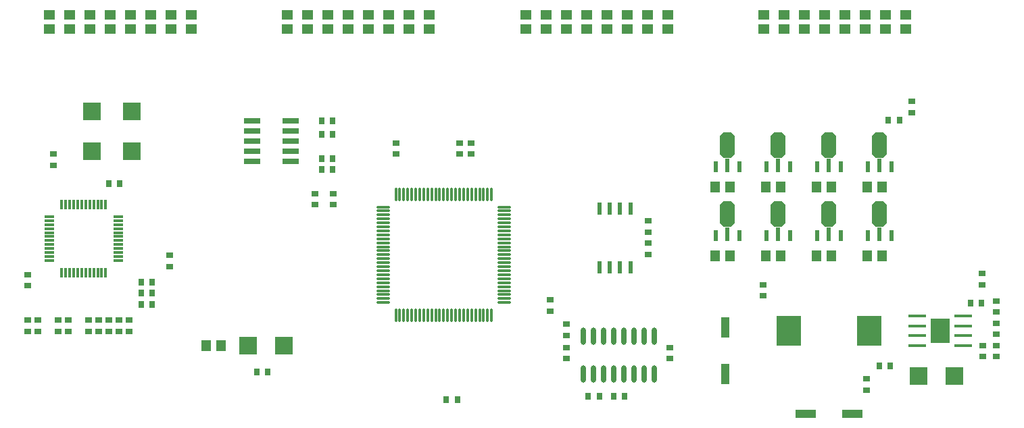
<source format=gtp>
%FSLAX43Y43*%
%MOMM*%
%SFA1B1*%

%IPPOS*%
%AMD20*
4,1,8,-0.474980,-1.600200,0.474980,-1.600200,0.949960,-1.125220,0.949960,1.125220,0.474980,1.600200,-0.474980,1.600200,-0.949960,1.125220,-0.949960,-1.125220,-0.474980,-1.600200,0.0*
%
%ADD10R,0.899160X0.800100*%
%ADD11R,0.800100X0.899160*%
%ADD12R,2.301240X2.301240*%
%ADD13R,1.198880X1.399540*%
%ADD14O,1.800860X0.299720*%
%ADD15O,0.299720X1.800860*%
%ADD16R,0.508000X1.501140*%
%ADD17R,1.399540X1.198880*%
%ADD18R,2.199640X2.199640*%
%ADD19O,0.599440X2.199640*%
G04~CAMADD=20~4~0.0~0.0~748.0~1260.0~0.0~187.0~0~0.0~0.0~0.0~0.0~0~0.0~0.0~0.0~0.0~0~0.0~0.0~0.0~180.0~748.0~1260.0*
%ADD20D20*%
%ADD21R,0.599440X1.399540*%
%ADD22R,0.599440X1.800860*%
%ADD23R,1.016000X2.540000*%
%ADD24R,3.048000X3.683000*%
%ADD25R,2.540000X1.016000*%
%ADD26R,2.400300X3.098800*%
%ADD27R,2.199640X0.449580*%
%ADD28R,2.032000X0.635000*%
%ADD29R,1.198880X0.299720*%
%ADD30R,0.299720X1.198880*%
%LNlp_led_cube_8x8x8-1*%
%LPD*%
G54D10*
X45084Y82991D03*
Y84394D03*
X59689Y70291D03*
Y71694D03*
X41909Y69281D03*
Y67878D03*
Y63566D03*
Y62163D03*
X43179Y63566D03*
Y62163D03*
X54609Y63566D03*
Y62163D03*
X53339D03*
Y63566D03*
X52069Y62163D03*
Y63566D03*
X50799Y62163D03*
Y63566D03*
X49529Y62163D03*
Y63566D03*
X46989Y62163D03*
Y63566D03*
X45719Y62163D03*
Y63566D03*
X122300Y60137D03*
Y58734D03*
X119633Y74609D03*
Y76012D03*
Y71815D03*
Y73218D03*
X107314Y64703D03*
Y66106D03*
X97408Y85791D03*
Y84388D03*
X96011Y85791D03*
Y84388D03*
X88010D03*
Y85791D03*
X80136Y78038D03*
Y79441D03*
X77850D03*
Y78038D03*
X152653Y89595D03*
Y90998D03*
X109346Y58734D03*
Y60137D03*
Y61655D03*
Y63058D03*
X163194Y58988D03*
Y60391D03*
X161543D03*
Y58988D03*
X163194Y61782D03*
Y63185D03*
Y64576D03*
Y65979D03*
X161416Y68005D03*
Y69408D03*
X133984Y68011D03*
Y66608D03*
X146938Y54797D03*
Y56200D03*
G54D11*
X57470Y68325D03*
X56067D03*
X53406Y80644D03*
X52003D03*
X57470Y66928D03*
X56067D03*
Y65531D03*
X57470D03*
X70545Y57022D03*
X71948D03*
X78673Y82422D03*
X80076D03*
X78673Y83819D03*
X80076D03*
X95697Y53593D03*
X94294D03*
X149666Y88645D03*
X151069D03*
X116652Y53974D03*
X115249D03*
X113477D03*
X112074D03*
X159953Y65658D03*
X161356D03*
X78673Y88518D03*
X80076D03*
X78673Y86867D03*
X80076D03*
X149926Y57784D03*
X148523D03*
G54D12*
X74005Y60324D03*
X69504D03*
X153451Y56514D03*
X157952D03*
G54D13*
X66050Y60324D03*
X64251D03*
X140705Y71627D03*
X142504D03*
X147055D03*
X148854D03*
X147055Y80263D03*
X148854D03*
X140705D03*
X142504D03*
X134355D03*
X136154D03*
X128005D03*
X129804D03*
X134355Y71627D03*
X136154D03*
X128005D03*
X129804D03*
G54D14*
X86431Y77754D03*
Y77254D03*
Y76756D03*
Y76255D03*
Y75755D03*
Y75255D03*
Y74754D03*
Y74254D03*
Y73753D03*
Y73256D03*
Y72755D03*
Y72255D03*
Y71754D03*
Y71254D03*
Y70754D03*
Y70253D03*
Y69756D03*
Y69255D03*
Y68755D03*
Y68254D03*
Y67754D03*
Y67254D03*
Y66753D03*
Y66255D03*
Y65755D03*
X101528D03*
Y66255D03*
Y66753D03*
Y67254D03*
Y67754D03*
Y68254D03*
Y68755D03*
Y69255D03*
Y69756D03*
Y70253D03*
Y70754D03*
Y71254D03*
Y71754D03*
Y72255D03*
Y72755D03*
Y73256D03*
Y73753D03*
Y74254D03*
Y74754D03*
Y75255D03*
Y75755D03*
Y76255D03*
Y76756D03*
Y77254D03*
Y77754D03*
G54D15*
X87980Y64206D03*
X88480D03*
X88978D03*
X89479D03*
X89979D03*
X90479D03*
X90980D03*
X91480D03*
X91981D03*
X92478D03*
X92979D03*
X93479D03*
X93979D03*
X94480D03*
X94980D03*
X95481D03*
X95978D03*
X96479D03*
X96979D03*
X97480D03*
X97980D03*
X98480D03*
X98981D03*
X99479D03*
X99979D03*
Y79303D03*
X99479D03*
X98981D03*
X98480D03*
X97980D03*
X97480D03*
X96979D03*
X96479D03*
X95978D03*
X95481D03*
X94980D03*
X94480D03*
X93979D03*
X93479D03*
X92979D03*
X92478D03*
X91981D03*
X91480D03*
X90980D03*
X90479D03*
X89979D03*
X89479D03*
X88978D03*
X88480D03*
X87980D03*
G54D16*
X113466Y70213D03*
X114767D03*
X116067D03*
X117368D03*
X117419Y77563D03*
X116017D03*
X114767D03*
X113466D03*
G54D17*
X87121Y100065D03*
Y101864D03*
X76961D03*
Y100065D03*
X89661D03*
Y101864D03*
X79501D03*
Y100065D03*
X82041Y101864D03*
Y100065D03*
X84581D03*
Y101864D03*
X141731D03*
Y100065D03*
X144271D03*
Y101864D03*
X109346D03*
Y100065D03*
X116966D03*
Y101864D03*
X119506Y100065D03*
Y101864D03*
X92201Y100065D03*
Y101864D03*
X74421D03*
Y100065D03*
X106806Y101864D03*
Y100065D03*
X114426D03*
Y101864D03*
X111886D03*
Y100065D03*
X146811D03*
Y101864D03*
X136651D03*
Y100065D03*
X149351D03*
Y101864D03*
X139191D03*
Y100065D03*
X122046D03*
Y101864D03*
X104266D03*
Y100065D03*
X134111Y101864D03*
Y100065D03*
X151891D03*
Y101864D03*
X52196D03*
Y100065D03*
X54736D03*
Y101864D03*
X49656D03*
Y100065D03*
X57276D03*
Y101864D03*
X47116D03*
Y100065D03*
X59816D03*
Y101864D03*
X44576D03*
Y100065D03*
X62356D03*
Y101864D03*
G54D18*
X49951Y89748D03*
Y84749D03*
X54950Y89748D03*
Y84749D03*
G54D19*
X120395Y61582D03*
X119125D03*
X117855D03*
X116585D03*
X115315D03*
X114045D03*
X112775D03*
X111505D03*
X120395Y56781D03*
X119125D03*
X117855D03*
X116585D03*
X115315D03*
X114045D03*
X112775D03*
X111505D03*
G54D20*
X142239Y85481D03*
X148589Y85470D03*
Y76834D03*
X142239D03*
X135889D03*
Y85470D03*
X129539D03*
Y76834D03*
G54D21*
X143741Y82781D03*
X140738D03*
X150091Y82770D03*
X147088D03*
X150091Y74134D03*
X147088D03*
X143741D03*
X140738D03*
X137391D03*
X134388D03*
X137391Y82770D03*
X134388D03*
X131041D03*
X128038D03*
X131041Y74134D03*
X128038D03*
G54D22*
X142239Y82981D03*
X148589Y82971D03*
Y74335D03*
X142239D03*
X135889D03*
Y82971D03*
X129539D03*
Y74335D03*
G54D23*
X129285Y62610D03*
Y56768D03*
G54D24*
X147256Y62229D03*
X137223D03*
G54D25*
X145160Y51815D03*
X139318D03*
G54D26*
X156209Y62229D03*
G54D27*
X153334Y60355D03*
Y62854D03*
Y64104D03*
Y61605D03*
X159085D03*
Y64104D03*
Y62854D03*
Y60355D03*
G54D28*
X74802Y88518D03*
Y87248D03*
Y85978D03*
Y84708D03*
Y83438D03*
X69976D03*
Y84708D03*
Y85978D03*
Y87248D03*
Y88518D03*
G54D29*
X44594Y76537D03*
Y76037D03*
Y75537D03*
Y75036D03*
Y74536D03*
Y74035D03*
Y73538D03*
Y73037D03*
Y72537D03*
Y72036D03*
Y71536D03*
Y71036D03*
X53195D03*
Y71536D03*
Y72036D03*
Y72537D03*
Y73037D03*
Y73538D03*
Y74035D03*
Y74536D03*
Y75036D03*
Y75537D03*
Y76037D03*
Y76537D03*
G54D30*
X46144Y69486D03*
X46644D03*
X47144D03*
X47645D03*
X48145D03*
X48646D03*
X49143D03*
X49644D03*
X50144D03*
X50645D03*
X51145D03*
X51645D03*
Y78087D03*
X51145D03*
X50645D03*
X50144D03*
X49644D03*
X49143D03*
X48646D03*
X48145D03*
X47645D03*
X47144D03*
X46644D03*
X46144D03*
M02*
</source>
